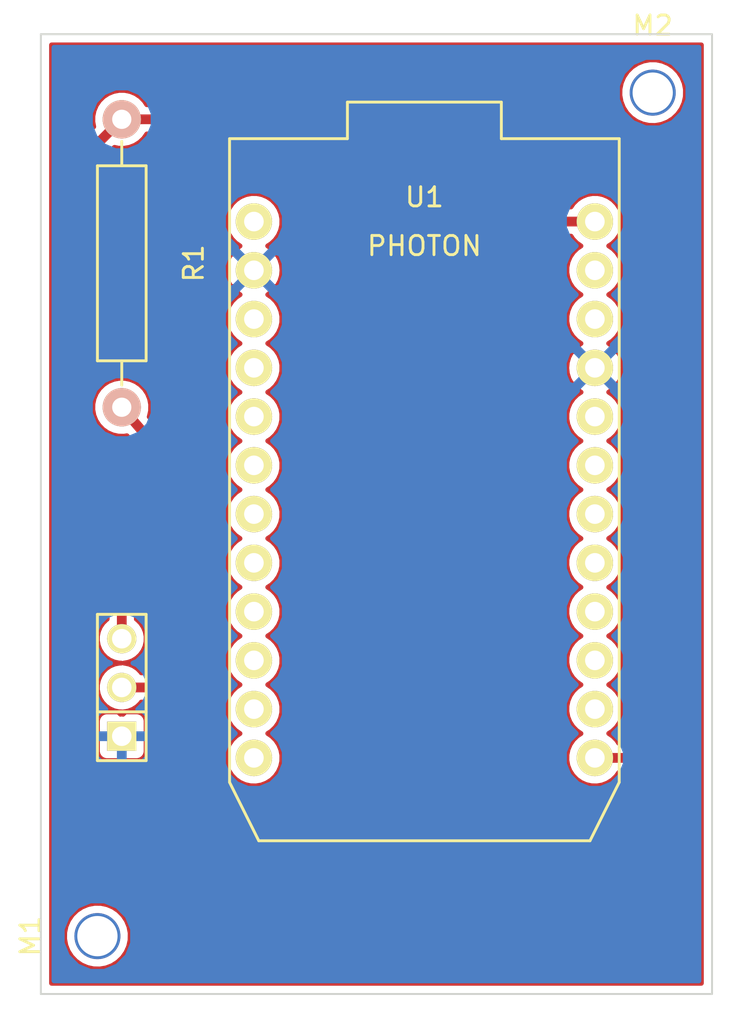
<source format=kicad_pcb>
(kicad_pcb (version 4) (host pcbnew "(2015-11-24 BZR 6329, Git e511afd)-product")

  (general
    (links 6)
    (no_connects 0)
    (area 110.029999 69.041999 145.130001 119.142001)
    (thickness 1.6)
    (drawings 7)
    (tracks 22)
    (zones 0)
    (modules 6)
    (nets 24)
  )

  (page User 279.4 215.9)
  (title_block
    (title "Photon Sensor Board")
    (rev v1.1)
    (company Coredump)
  )

  (layers
    (0 F.Cu signal hide)
    (31 B.Cu signal)
    (32 B.Adhes user)
    (33 F.Adhes user)
    (34 B.Paste user)
    (35 F.Paste user)
    (36 B.SilkS user)
    (37 F.SilkS user)
    (38 B.Mask user)
    (39 F.Mask user)
    (40 Dwgs.User user hide)
    (41 Cmts.User user hide)
    (42 Eco1.User user hide)
    (43 Eco2.User user hide)
    (44 Edge.Cuts user)
  )

  (setup
    (last_trace_width 0.508)
    (trace_clearance 0.381)
    (zone_clearance 0.508)
    (zone_45_only no)
    (trace_min 0.508)
    (segment_width 0.2)
    (edge_width 0.1)
    (via_size 0.889)
    (via_drill 0.635)
    (via_min_size 0.889)
    (via_min_drill 0.508)
    (uvia_size 0.508)
    (uvia_drill 0.127)
    (uvias_allowed no)
    (uvia_min_size 0.508)
    (uvia_min_drill 0.127)
    (pcb_text_width 0.3)
    (pcb_text_size 1.5 1.5)
    (mod_edge_width 0.15)
    (mod_text_size 1 1)
    (mod_text_width 0.15)
    (pad_size 1.524 1.524)
    (pad_drill 1.016)
    (pad_to_mask_clearance 0)
    (aux_axis_origin 0 0)
    (visible_elements FFFCFFBF)
    (pcbplotparams
      (layerselection 0x010f0_80000001)
      (usegerberextensions true)
      (excludeedgelayer true)
      (linewidth 0.150000)
      (plotframeref false)
      (viasonmask false)
      (mode 1)
      (useauxorigin false)
      (hpglpennumber 1)
      (hpglpenspeed 20)
      (hpglpendiameter 15)
      (hpglpenoverlay 2)
      (psnegative false)
      (psa4output false)
      (plotreference false)
      (plotvalue false)
      (plotinvisibletext false)
      (padsonsilk false)
      (subtractmaskfromsilk false)
      (outputformat 1)
      (mirror false)
      (drillshape 0)
      (scaleselection 1)
      (outputdirectory export/v1.2/))
  )

  (net 0 "")
  (net 1 GND)
  (net 2 "Net-(R1-Pad1)")
  (net 3 "Net-(R1-Pad2)")
  (net 4 "Net-(U1-Pad1)")
  (net 5 "Net-(U1-Pad3)")
  (net 6 "Net-(U1-Pad4)")
  (net 7 "Net-(U1-Pad5)")
  (net 8 "Net-(U1-Pad6)")
  (net 9 "Net-(U1-Pad7)")
  (net 10 "Net-(U1-Pad8)")
  (net 11 "Net-(U1-Pad9)")
  (net 12 "Net-(U1-Pad10)")
  (net 13 "Net-(U1-Pad11)")
  (net 14 "Net-(U1-Pad12)")
  (net 15 "Net-(U1-Pad23)")
  (net 16 "Net-(U1-Pad22)")
  (net 17 "Net-(U1-Pad20)")
  (net 18 "Net-(U1-Pad19)")
  (net 19 "Net-(U1-Pad18)")
  (net 20 "Net-(U1-Pad17)")
  (net 21 "Net-(U1-Pad16)")
  (net 22 "Net-(U1-Pad15)")
  (net 23 "Net-(U1-Pad14)")

  (net_class Default "This is the default net class."
    (clearance 0.381)
    (trace_width 0.508)
    (via_dia 0.889)
    (via_drill 0.635)
    (uvia_dia 0.508)
    (uvia_drill 0.127)
    (add_net GND)
    (add_net "Net-(R1-Pad1)")
    (add_net "Net-(R1-Pad2)")
    (add_net "Net-(U1-Pad1)")
    (add_net "Net-(U1-Pad10)")
    (add_net "Net-(U1-Pad11)")
    (add_net "Net-(U1-Pad12)")
    (add_net "Net-(U1-Pad14)")
    (add_net "Net-(U1-Pad15)")
    (add_net "Net-(U1-Pad16)")
    (add_net "Net-(U1-Pad17)")
    (add_net "Net-(U1-Pad18)")
    (add_net "Net-(U1-Pad19)")
    (add_net "Net-(U1-Pad20)")
    (add_net "Net-(U1-Pad22)")
    (add_net "Net-(U1-Pad23)")
    (add_net "Net-(U1-Pad3)")
    (add_net "Net-(U1-Pad4)")
    (add_net "Net-(U1-Pad5)")
    (add_net "Net-(U1-Pad6)")
    (add_net "Net-(U1-Pad7)")
    (add_net "Net-(U1-Pad8)")
    (add_net "Net-(U1-Pad9)")
  )

  (module particle:photon (layer F.Cu) (tedit 56107F96) (tstamp 560FF607)
    (at 130.08 94.092)
    (path /560E663B)
    (fp_text reference U1 (at 0 -16.51) (layer F.SilkS)
      (effects (font (size 1 1) (thickness 0.15)))
    )
    (fp_text value PHOTON (at 0 -13.97) (layer F.SilkS)
      (effects (font (size 1 1) (thickness 0.15)))
    )
    (fp_text user "all layers" (at 0 19.05) (layer Cmts.User)
      (effects (font (size 1 1) (thickness 0.15)))
    )
    (fp_text user "recommended on" (at 0 16.51) (layer Cmts.User)
      (effects (font (size 1 1) (thickness 0.15)))
    )
    (fp_text user "signal keep out" (at 0 13.97) (layer Cmts.User)
      (effects (font (size 1 1) (thickness 0.15)))
    )
    (fp_text user "ground plane and" (at 0 11.43) (layer Cmts.User)
      (effects (font (size 1 1) (thickness 0.15)))
    )
    (fp_line (start 6.35 21.59) (end 7.62 21.59) (layer Dwgs.User) (width 0.15))
    (fp_line (start 7.62 21.59) (end 7.62 8.89) (layer Dwgs.User) (width 0.15))
    (fp_line (start 7.62 8.89) (end -7.62 8.89) (layer Dwgs.User) (width 0.15))
    (fp_line (start 6.35 21.59) (end -7.62 21.59) (layer Dwgs.User) (width 0.15))
    (fp_line (start -7.62 21.59) (end -7.62 8.89) (layer Dwgs.User) (width 0.15))
    (fp_line (start 10.16 13.97) (end 8.636 17.018) (layer F.SilkS) (width 0.15))
    (fp_line (start -10.16 13.97) (end -8.636 17.018) (layer F.SilkS) (width 0.15))
    (fp_line (start -8.636 17.018) (end 8.636 17.018) (layer F.SilkS) (width 0.15))
    (fp_line (start 10.16 -19.558) (end 10.16 13.97) (layer F.SilkS) (width 0.15))
    (fp_line (start -10.16 -19.558) (end -10.16 13.97) (layer F.SilkS) (width 0.15))
    (fp_line (start 4.0132 -19.558) (end 10.16 -19.558) (layer F.SilkS) (width 0.15))
    (fp_line (start -4.0132 -19.558) (end -10.16 -19.558) (layer F.SilkS) (width 0.15))
    (fp_line (start -4.0132 -21.463) (end -4.0132 -19.558) (layer F.SilkS) (width 0.15))
    (fp_line (start 4.0132 -21.463) (end 4.0132 -19.558) (layer F.SilkS) (width 0.15))
    (fp_line (start -4.0132 -21.463) (end 4.0132 -21.463) (layer F.SilkS) (width 0.15))
    (pad 1 thru_hole circle (at -8.89 -15.24) (size 1.9 1.9) (drill 1.02) (layers *.Cu *.Mask F.SilkS)
      (net 4 "Net-(U1-Pad1)"))
    (pad 2 thru_hole circle (at -8.89 -12.7) (size 1.9 1.9) (drill 1.02) (layers *.Cu *.Mask F.SilkS)
      (net 1 GND))
    (pad 3 thru_hole circle (at -8.89 -10.16) (size 1.9 1.9) (drill 1.02) (layers *.Cu *.Mask F.SilkS)
      (net 5 "Net-(U1-Pad3)"))
    (pad 4 thru_hole circle (at -8.89 -7.62) (size 1.9 1.9) (drill 1.02) (layers *.Cu *.Mask F.SilkS)
      (net 6 "Net-(U1-Pad4)"))
    (pad 5 thru_hole circle (at -8.89 -5.08) (size 1.9 1.9) (drill 1.02) (layers *.Cu *.Mask F.SilkS)
      (net 7 "Net-(U1-Pad5)"))
    (pad 6 thru_hole circle (at -8.89 -2.54) (size 1.9 1.9) (drill 1.02) (layers *.Cu *.Mask F.SilkS)
      (net 8 "Net-(U1-Pad6)"))
    (pad 7 thru_hole circle (at -8.89 0) (size 1.9 1.9) (drill 1.02) (layers *.Cu *.Mask F.SilkS)
      (net 9 "Net-(U1-Pad7)"))
    (pad 8 thru_hole circle (at -8.89 2.54) (size 1.9 1.9) (drill 1.02) (layers *.Cu *.Mask F.SilkS)
      (net 10 "Net-(U1-Pad8)"))
    (pad 9 thru_hole circle (at -8.89 5.08) (size 1.9 1.9) (drill 1.02) (layers *.Cu *.Mask F.SilkS)
      (net 11 "Net-(U1-Pad9)"))
    (pad 10 thru_hole circle (at -8.89 7.62) (size 1.9 1.9) (drill 1.02) (layers *.Cu *.Mask F.SilkS)
      (net 12 "Net-(U1-Pad10)"))
    (pad 11 thru_hole circle (at -8.89 10.16) (size 1.9 1.9) (drill 1.02) (layers *.Cu *.Mask F.SilkS)
      (net 13 "Net-(U1-Pad11)"))
    (pad 12 thru_hole circle (at -8.89 12.7) (size 1.9 1.9) (drill 1.02) (layers *.Cu *.Mask F.SilkS)
      (net 14 "Net-(U1-Pad12)"))
    (pad 24 thru_hole circle (at 8.89 -15.24) (size 1.9 1.9) (drill 1.02) (layers *.Cu *.Mask F.SilkS)
      (net 2 "Net-(R1-Pad1)"))
    (pad 23 thru_hole circle (at 8.89 -12.7) (size 1.9 1.9) (drill 1.02) (layers *.Cu *.Mask F.SilkS)
      (net 15 "Net-(U1-Pad23)"))
    (pad 22 thru_hole circle (at 8.89 -10.16) (size 1.9 1.9) (drill 1.02) (layers *.Cu *.Mask F.SilkS)
      (net 16 "Net-(U1-Pad22)"))
    (pad 21 thru_hole circle (at 8.89 -7.62) (size 1.9 1.9) (drill 1.02) (layers *.Cu *.Mask F.SilkS)
      (net 1 GND))
    (pad 20 thru_hole circle (at 8.89 -5.08) (size 1.9 1.9) (drill 1.02) (layers *.Cu *.Mask F.SilkS)
      (net 17 "Net-(U1-Pad20)"))
    (pad 19 thru_hole circle (at 8.89 -2.54) (size 1.9 1.9) (drill 1.02) (layers *.Cu *.Mask F.SilkS)
      (net 18 "Net-(U1-Pad19)"))
    (pad 18 thru_hole circle (at 8.89 0) (size 1.9 1.9) (drill 1.02) (layers *.Cu *.Mask F.SilkS)
      (net 19 "Net-(U1-Pad18)"))
    (pad 17 thru_hole circle (at 8.89 2.54) (size 1.9 1.9) (drill 1.02) (layers *.Cu *.Mask F.SilkS)
      (net 20 "Net-(U1-Pad17)"))
    (pad 16 thru_hole circle (at 8.89 5.08) (size 1.9 1.9) (drill 1.02) (layers *.Cu *.Mask F.SilkS)
      (net 21 "Net-(U1-Pad16)"))
    (pad 15 thru_hole circle (at 8.89 7.62) (size 1.9 1.9) (drill 1.02) (layers *.Cu *.Mask F.SilkS)
      (net 22 "Net-(U1-Pad15)"))
    (pad 14 thru_hole circle (at 8.89 10.16) (size 1.9 1.9) (drill 1.02) (layers *.Cu *.Mask F.SilkS)
      (net 23 "Net-(U1-Pad14)"))
    (pad 13 thru_hole circle (at 8.89 12.7) (size 1.9 1.9) (drill 1.02) (layers *.Cu *.Mask F.SilkS)
      (net 3 "Net-(R1-Pad2)"))
  )

  (module PIN_ARRAY_3X1 (layer F.Cu) (tedit 56107F9A) (tstamp 560E75DB)
    (at 114.3 103.124 90)
    (descr "Connecteur 3 pins")
    (tags "CONN DEV")
    (path /560E62F3)
    (fp_text reference U2 (at 0.254 -2.159 90) (layer F.SilkS) hide
      (effects (font (size 1.016 1.016) (thickness 0.1524)))
    )
    (fp_text value DS18B20 (at 0 -2.159 90) (layer F.SilkS) hide
      (effects (font (size 1.016 1.016) (thickness 0.1524)))
    )
    (fp_line (start -3.81 1.27) (end -3.81 -1.27) (layer F.SilkS) (width 0.1524))
    (fp_line (start -3.81 -1.27) (end 3.81 -1.27) (layer F.SilkS) (width 0.1524))
    (fp_line (start 3.81 -1.27) (end 3.81 1.27) (layer F.SilkS) (width 0.1524))
    (fp_line (start 3.81 1.27) (end -3.81 1.27) (layer F.SilkS) (width 0.1524))
    (fp_line (start -1.27 -1.27) (end -1.27 1.27) (layer F.SilkS) (width 0.1524))
    (pad 1 thru_hole rect (at -2.54 0 90) (size 1.524 1.524) (drill 1.016) (layers *.Cu *.Mask F.SilkS)
      (net 1 GND))
    (pad 2 thru_hole circle (at 0 0 90) (size 1.524 1.524) (drill 1.016) (layers *.Cu *.Mask F.SilkS)
      (net 3 "Net-(R1-Pad2)"))
    (pad 3 thru_hole circle (at 2.54 0 90) (size 1.524 1.524) (drill 1.016) (layers *.Cu *.Mask F.SilkS)
      (net 2 "Net-(R1-Pad1)"))
    (model pin_array/pins_array_3x1.wrl
      (at (xyz 0 0 0))
      (scale (xyz 1 1 1))
      (rotate (xyz 0 0 0))
    )
  )

  (module OSHW_MASK_7MM (layer F.Cu) (tedit 0) (tstamp 560FF3F5)
    (at 130.08 88.092)
    (fp_text reference G*** (at 0 3.71094) (layer F.Mask) hide
      (effects (font (size 0.3175 0.3175) (thickness 0.0635)))
    )
    (fp_text value LOGO (at 0 -3.71094) (layer F.Mask) hide
      (effects (font (size 0.3175 0.3175) (thickness 0.0635)))
    )
    (fp_poly (pts (xy -2.1209 3.14452) (xy -2.08534 3.1242) (xy -2.00152 3.0734) (xy -1.88468 2.9972)
      (xy -1.74752 2.90322) (xy -1.60782 2.80924) (xy -1.49606 2.73304) (xy -1.41478 2.68224)
      (xy -1.38176 2.66446) (xy -1.36398 2.66954) (xy -1.29794 2.70256) (xy -1.20142 2.75082)
      (xy -1.14808 2.7813) (xy -1.05918 2.8194) (xy -1.016 2.82702) (xy -1.00838 2.81432)
      (xy -0.97536 2.74574) (xy -0.92456 2.63144) (xy -0.85852 2.48158) (xy -0.78486 2.30378)
      (xy -0.70358 2.11074) (xy -0.6223 1.91516) (xy -0.54356 1.72974) (xy -0.47498 1.5621)
      (xy -0.42164 1.42494) (xy -0.38354 1.33096) (xy -0.37084 1.29032) (xy -0.37592 1.2827)
      (xy -0.4191 1.23952) (xy -0.4953 1.1811) (xy -0.6604 1.04648) (xy -0.8255 0.84328)
      (xy -0.92456 0.61214) (xy -0.95758 0.35306) (xy -0.92964 0.1143) (xy -0.83566 -0.1143)
      (xy -0.67564 -0.32004) (xy -0.4826 -0.47244) (xy -0.254 -0.5715) (xy 0 -0.60198)
      (xy 0.24384 -0.57404) (xy 0.47752 -0.4826) (xy 0.68326 -0.32512) (xy 0.77216 -0.22352)
      (xy 0.89154 -0.01524) (xy 0.96012 0.20828) (xy 0.96774 0.26416) (xy 0.95758 0.51054)
      (xy 0.88392 0.74676) (xy 0.75438 0.95758) (xy 0.57404 1.1303) (xy 0.55118 1.14554)
      (xy 0.46736 1.20904) (xy 0.41148 1.25222) (xy 0.3683 1.28778) (xy 0.68072 2.03962)
      (xy 0.73152 2.16154) (xy 0.81788 2.36728) (xy 0.89408 2.54508) (xy 0.9525 2.68478)
      (xy 0.99568 2.77876) (xy 1.01346 2.81686) (xy 1.016 2.8194) (xy 1.04394 2.82448)
      (xy 1.09982 2.80416) (xy 1.2065 2.75336) (xy 1.27508 2.7178) (xy 1.35636 2.67716)
      (xy 1.39192 2.66446) (xy 1.4224 2.6797) (xy 1.4986 2.7305) (xy 1.61036 2.80416)
      (xy 1.74498 2.8956) (xy 1.87452 2.9845) (xy 1.99136 3.0607) (xy 2.07772 3.11658)
      (xy 2.11836 3.13944) (xy 2.12598 3.13944) (xy 2.16408 3.11912) (xy 2.23012 3.0607)
      (xy 2.33426 2.96418) (xy 2.47904 2.82194) (xy 2.5019 2.79908) (xy 2.62128 2.67716)
      (xy 2.7178 2.57556) (xy 2.7813 2.50444) (xy 2.8067 2.47142) (xy 2.8067 2.47142)
      (xy 2.78384 2.43078) (xy 2.7305 2.34442) (xy 2.65176 2.22504) (xy 2.55524 2.08534)
      (xy 2.30632 1.72212) (xy 2.44348 1.37922) (xy 2.48666 1.27508) (xy 2.54 1.14808)
      (xy 2.5781 1.05664) (xy 2.59842 1.01854) (xy 2.63652 1.0033) (xy 2.7305 0.98298)
      (xy 2.86512 0.95504) (xy 3.02768 0.92456) (xy 3.18262 0.89408) (xy 3.32232 0.86868)
      (xy 3.42138 0.84836) (xy 3.4671 0.84074) (xy 3.47726 0.83312) (xy 3.48742 0.8128)
      (xy 3.4925 0.76454) (xy 3.49758 0.68072) (xy 3.49758 0.5461) (xy 3.49758 0.35306)
      (xy 3.49758 0.33274) (xy 3.49758 0.14732) (xy 3.4925 0.00254) (xy 3.48742 -0.09398)
      (xy 3.48234 -0.13208) (xy 3.48234 -0.13208) (xy 3.43916 -0.14224) (xy 3.3401 -0.16256)
      (xy 3.2004 -0.1905) (xy 3.0353 -0.22098) (xy 3.02514 -0.22352) (xy 2.8575 -0.25654)
      (xy 2.72034 -0.28448) (xy 2.62382 -0.30734) (xy 2.58064 -0.32004) (xy 2.57302 -0.3302)
      (xy 2.54 -0.39624) (xy 2.49174 -0.49784) (xy 2.4384 -0.62484) (xy 2.38252 -0.75438)
      (xy 2.3368 -0.87122) (xy 2.30632 -0.95758) (xy 2.29616 -0.99822) (xy 2.29616 -0.99822)
      (xy 2.32156 -1.03886) (xy 2.37744 -1.12268) (xy 2.45872 -1.24206) (xy 2.55524 -1.3843)
      (xy 2.56286 -1.39446) (xy 2.65684 -1.53416) (xy 2.73558 -1.65354) (xy 2.78638 -1.73736)
      (xy 2.8067 -1.77546) (xy 2.80416 -1.778) (xy 2.77368 -1.81864) (xy 2.70256 -1.89992)
      (xy 2.60096 -2.0066) (xy 2.4765 -2.12852) (xy 2.4384 -2.16662) (xy 2.30378 -2.30124)
      (xy 2.20726 -2.3876) (xy 2.14884 -2.43332) (xy 2.1209 -2.44348) (xy 2.1209 -2.44348)
      (xy 2.07772 -2.41808) (xy 1.98882 -2.35966) (xy 1.86944 -2.27838) (xy 1.7272 -2.18186)
      (xy 1.71704 -2.17678) (xy 1.57734 -2.08026) (xy 1.4605 -2.00152) (xy 1.37922 -1.94564)
      (xy 1.34366 -1.92532) (xy 1.33604 -1.92532) (xy 1.28016 -1.94056) (xy 1.1811 -1.97612)
      (xy 1.05664 -2.02438) (xy 0.9271 -2.07518) (xy 0.81026 -2.12598) (xy 0.72136 -2.16662)
      (xy 0.68072 -2.18948) (xy 0.67818 -2.19202) (xy 0.66548 -2.24282) (xy 0.64008 -2.34696)
      (xy 0.6096 -2.49174) (xy 0.57912 -2.66192) (xy 0.57404 -2.68986) (xy 0.54102 -2.85496)
      (xy 0.51562 -2.99466) (xy 0.4953 -3.08864) (xy 0.48514 -3.12928) (xy 0.46228 -3.13436)
      (xy 0.381 -3.13944) (xy 0.25654 -3.14198) (xy 0.10414 -3.14452) (xy -0.05334 -3.14452)
      (xy -0.20828 -3.13944) (xy -0.34036 -3.13436) (xy -0.43434 -3.12928) (xy -0.47244 -3.12166)
      (xy -0.47498 -3.11912) (xy -0.49022 -3.06832) (xy -0.51308 -2.96164) (xy -0.54102 -2.81686)
      (xy -0.57404 -2.64668) (xy -0.57912 -2.6162) (xy -0.61214 -2.44856) (xy -0.64008 -2.3114)
      (xy -0.6604 -2.21996) (xy -0.67056 -2.18186) (xy -0.6858 -2.17424) (xy -0.75438 -2.14376)
      (xy -0.86614 -2.09804) (xy -1.0033 -2.04216) (xy -1.32334 -1.91262) (xy -1.71704 -2.18186)
      (xy -1.7526 -2.20472) (xy -1.89484 -2.30124) (xy -2.00914 -2.37998) (xy -2.09042 -2.43078)
      (xy -2.12344 -2.4511) (xy -2.12598 -2.44856) (xy -2.16662 -2.41554) (xy -2.24536 -2.34188)
      (xy -2.3495 -2.23774) (xy -2.47396 -2.11582) (xy -2.5654 -2.02438) (xy -2.67462 -1.91262)
      (xy -2.7432 -1.83896) (xy -2.77876 -1.7907) (xy -2.794 -1.76276) (xy -2.78892 -1.74498)
      (xy -2.76352 -1.70434) (xy -2.70764 -1.61798) (xy -2.62636 -1.4986) (xy -2.52984 -1.3589)
      (xy -2.4511 -1.24206) (xy -2.36728 -1.10998) (xy -2.3114 -1.016) (xy -2.29108 -0.97028)
      (xy -2.29616 -0.9525) (xy -2.3241 -0.87376) (xy -2.36982 -0.75946) (xy -2.43078 -0.61976)
      (xy -2.5654 -0.30988) (xy -2.77114 -0.26924) (xy -2.89306 -0.24638) (xy -3.06578 -0.21336)
      (xy -3.23088 -0.18034) (xy -3.48996 -0.13208) (xy -3.50012 0.81534) (xy -3.45948 0.83312)
      (xy -3.42138 0.84328) (xy -3.32486 0.8636) (xy -3.1877 0.89154) (xy -3.02768 0.92202)
      (xy -2.89052 0.94742) (xy -2.75336 0.97536) (xy -2.6543 0.99314) (xy -2.60858 1.0033)
      (xy -2.59842 1.01854) (xy -2.56286 1.08458) (xy -2.5146 1.19126) (xy -2.45872 1.31826)
      (xy -2.40284 1.45288) (xy -2.35458 1.5748) (xy -2.32156 1.66878) (xy -2.30886 1.71704)
      (xy -2.32664 1.7526) (xy -2.37998 1.83388) (xy -2.45618 1.95072) (xy -2.55016 2.08788)
      (xy -2.64414 2.22504) (xy -2.72288 2.34188) (xy -2.77876 2.4257) (xy -2.80162 2.4638)
      (xy -2.78892 2.49174) (xy -2.73558 2.55778) (xy -2.63144 2.66446) (xy -2.4765 2.81686)
      (xy -2.4511 2.84226) (xy -2.32918 2.9591) (xy -2.22504 3.05562) (xy -2.15392 3.11912)
      (xy -2.1209 3.14452)) (layer F.Mask) (width 0.00254))
  )

  (module Mounting_Holes:MountingHole_2-5mm (layer F.Cu) (tedit 561074BB) (tstamp 56107A69)
    (at 113.03 116.078 90)
    (descr "Mounting hole, Befestigungsbohrung, 2,5mm, No Annular, Kein Restring,")
    (tags "Mounting hole, Befestigungsbohrung, 2,5mm, No Annular, Kein Restring,")
    (fp_text reference M1 (at 0 -3.50012 90) (layer F.SilkS)
      (effects (font (size 1 1) (thickness 0.15)))
    )
    (fp_text value MountingHole_2-5mm (at 0.09906 3.59918 90) (layer F.Fab)
      (effects (font (size 1 1) (thickness 0.15)))
    )
    (fp_circle (center 0 0) (end 2.5 0) (layer Cmts.User) (width 0.381))
    (pad 1 thru_hole circle (at 0 0 90) (size 2.4 2.4) (drill 2.1) (layers *.Cu)
      (zone_connect 0))
  )

  (module Mounting_Holes:MountingHole_2-5mm (layer F.Cu) (tedit 561074CB) (tstamp 56107A75)
    (at 141.986 72.136)
    (descr "Mounting hole, Befestigungsbohrung, 2,5mm, No Annular, Kein Restring,")
    (tags "Mounting hole, Befestigungsbohrung, 2,5mm, No Annular, Kein Restring,")
    (fp_text reference M2 (at 0 -3.50012) (layer F.SilkS)
      (effects (font (size 1 1) (thickness 0.15)))
    )
    (fp_text value MountingHole_2-5mm (at 0.09906 3.59918) (layer F.Fab)
      (effects (font (size 1 1) (thickness 0.15)))
    )
    (fp_circle (center 0 0) (end 2.5 0) (layer Cmts.User) (width 0.381))
    (pad 1 thru_hole circle (at 0 0) (size 2.4 2.4) (drill 2.1) (layers *.Cu))
  )

  (module Resistors_ThroughHole:Resistor_Horizontal_RM15mm (layer F.Cu) (tedit 53F56292) (tstamp 560E75CF)
    (at 114.3 81.026 270)
    (descr "Resistor, Axial, RM 15mm,")
    (tags "Resistor, Axial, RM 15mm,")
    (path /560E63B9)
    (fp_text reference R1 (at 0 -3.74904 270) (layer F.SilkS)
      (effects (font (size 1 1) (thickness 0.15)))
    )
    (fp_text value 4.7kΩ (at 0 4.0005 270) (layer F.Fab)
      (effects (font (size 1 1) (thickness 0.15)))
    )
    (fp_line (start -5.08 -1.27) (end -5.08 1.27) (layer F.SilkS) (width 0.15))
    (fp_line (start -5.08 1.27) (end 5.08 1.27) (layer F.SilkS) (width 0.15))
    (fp_line (start 5.08 1.27) (end 5.08 -1.27) (layer F.SilkS) (width 0.15))
    (fp_line (start 5.08 -1.27) (end -5.08 -1.27) (layer F.SilkS) (width 0.15))
    (fp_line (start 6.35 0) (end 5.08 0) (layer F.SilkS) (width 0.15))
    (fp_line (start -6.35 0) (end -5.08 0) (layer F.SilkS) (width 0.15))
    (pad 1 thru_hole circle (at -7.5 0 270) (size 1.99898 1.99898) (drill 1.00076) (layers *.Cu *.SilkS *.Mask)
      (net 2 "Net-(R1-Pad1)"))
    (pad 2 thru_hole circle (at 7.5 0 270) (size 1.99898 1.99898) (drill 1.00076) (layers *.Cu *.SilkS *.Mask)
      (net 3 "Net-(R1-Pad2)"))
    (model Resistors_ThroughHole.3dshapes/Resistor_Horizontal_RM15mm.wrl
      (at (xyz 0 0 0))
      (scale (xyz 0.4 0.4 0.4))
      (rotate (xyz 0 0 0))
    )
  )

  (gr_text "Coredump Rapperswil\nwww.coredump.ch" (at 142.24 113.03) (layer B.Mask)
    (effects (font (size 1.5 1.5) (thickness 0.3)) (justify left mirror))
  )
  (gr_text "Photon Sensor Board v1.2 2015" (at 142.494 90.424 270) (layer F.Mask)
    (effects (font (size 1.2 1.2) (thickness 0.2)))
  )
  (gr_text "open source\nhardware" (at 130.048 93.472) (layer F.Mask)
    (effects (font (size 1 1) (thickness 0.15)))
  )
  (gr_line (start 110.08 69.092) (end 145.08 69.092) (angle 90) (layer Edge.Cuts) (width 0.1))
  (gr_line (start 110.08 119.092) (end 110.08 69.092) (angle 90) (layer Edge.Cuts) (width 0.1))
  (gr_line (start 145.08 119.092) (end 110.08 119.092) (angle 90) (layer Edge.Cuts) (width 0.1))
  (gr_line (start 145.08 69.092) (end 145.08 119.092) (angle 90) (layer Edge.Cuts) (width 0.1))

  (segment (start 114.3 100.584) (end 114.3 91.948) (width 0.508) (layer F.Cu) (net 2) (status 10))
  (segment (start 111.76 76.066) (end 114.3 73.526) (width 0.508) (layer F.Cu) (net 2) (tstamp 56107D67) (status 20))
  (segment (start 111.76 89.408) (end 111.76 76.066) (width 0.508) (layer F.Cu) (net 2) (tstamp 56107D65))
  (segment (start 114.3 91.948) (end 111.76 89.408) (width 0.508) (layer F.Cu) (net 2) (tstamp 56107D63))
  (segment (start 135.24 78.852) (end 129.914 73.526) (width 0.508) (layer F.Cu) (net 2))
  (segment (start 129.914 73.526) (end 114.3 73.526) (width 0.508) (layer F.Cu) (net 2) (status 20))
  (segment (start 138.97 78.852) (end 135.24 78.852) (width 0.508) (layer F.Cu) (net 2))
  (segment (start 138.97 106.792) (end 141.59 106.792) (width 0.508) (layer F.Cu) (net 3))
  (segment (start 117.348 104.648) (end 117.348 106.68) (width 0.508) (layer F.Cu) (net 3) (tstamp 56107FE0))
  (segment (start 117.348 106.68) (end 117.348 115.824) (width 0.508) (layer F.Cu) (net 3) (tstamp 56107FE1))
  (segment (start 117.348 115.824) (end 118.872 117.348) (width 0.508) (layer F.Cu) (net 3) (tstamp 56107FE2))
  (segment (start 118.872 117.348) (end 141.224 117.348) (width 0.508) (layer F.Cu) (net 3) (tstamp 56107FE3))
  (segment (start 141.224 117.348) (end 142.748 115.824) (width 0.508) (layer F.Cu) (net 3) (tstamp 56107FE4))
  (segment (start 142.748 115.824) (end 142.748 112.014) (width 0.508) (layer F.Cu) (net 3) (tstamp 56107FE5))
  (segment (start 117.348 104.648) (end 115.824 103.124) (width 0.508) (layer F.Cu) (net 3))
  (segment (start 142.748 107.95) (end 142.748 112.014) (width 0.508) (layer F.Cu) (net 3) (tstamp 56107FE9))
  (segment (start 141.59 106.792) (end 142.748 107.95) (width 0.508) (layer F.Cu) (net 3) (tstamp 56107FE8))
  (segment (start 115.824 103.124) (end 117.348 101.6) (width 0.508) (layer F.Cu) (net 3))
  (segment (start 117.348 92.082) (end 114.3 88.526) (width 0.508) (layer F.Cu) (net 3) (tstamp 56107D5E) (status 20))
  (segment (start 117.348 101.6) (end 117.348 92.082) (width 0.508) (layer F.Cu) (net 3) (tstamp 56107D5D))
  (segment (start 115.824 103.124) (end 114.3 103.124) (width 0.508) (layer F.Cu) (net 3) (tstamp 56107C2F) (status 20))
  (segment (start 139.13 104.092) (end 138.97 104.252) (width 0.254) (layer F.Cu) (net 23) (tstamp 560FF41F))

  (zone (net 1) (net_name GND) (layer F.Cu) (tstamp 560F96A7) (hatch edge 0.508)
    (connect_pads (clearance 0.381))
    (min_thickness 0.254)
    (fill yes (arc_segments 32) (thermal_gap 0.381) (thermal_bridge_width 0.381))
    (polygon
      (pts
        (xy 109.08 68.092) (xy 146.08 68.092) (xy 146.08 120.092) (xy 109.08 120.092)
      )
    )
    (filled_polygon
      (pts
        (xy 144.522 118.534) (xy 110.638 118.534) (xy 110.638 116.221613) (xy 111.319755 116.221613) (xy 111.380221 116.551066)
        (xy 111.503527 116.862501) (xy 111.684975 117.144054) (xy 111.917655 117.385001) (xy 112.192704 117.576165) (xy 112.499645 117.710264)
        (xy 112.826788 117.782191) (xy 113.16167 117.789206) (xy 113.491537 117.731041) (xy 113.803825 117.609913) (xy 114.086638 117.430434)
        (xy 114.329203 117.199442) (xy 114.522283 116.925735) (xy 114.658522 116.619737) (xy 114.732731 116.293105) (xy 114.738073 115.910522)
        (xy 114.673013 115.581945) (xy 114.545371 115.272263) (xy 114.360009 114.993271) (xy 114.123988 114.755596) (xy 113.846297 114.568291)
        (xy 113.537513 114.43849) (xy 113.209398 114.371138) (xy 112.874451 114.368799) (xy 112.545428 114.431564) (xy 112.234862 114.557041)
        (xy 111.954582 114.74045) (xy 111.715265 114.974807) (xy 111.526026 115.251184) (xy 111.394073 115.559053) (xy 111.324432 115.88669)
        (xy 111.319755 116.221613) (xy 110.638 116.221613) (xy 110.638 105.8545) (xy 113.03 105.8545) (xy 113.03 106.476034)
        (xy 113.049522 106.574178) (xy 113.087816 106.666629) (xy 113.143411 106.749831) (xy 113.214169 106.82059) (xy 113.297372 106.876184)
        (xy 113.389822 106.914478) (xy 113.487967 106.934) (xy 114.1095 106.934) (xy 114.2365 106.807) (xy 114.2365 105.7275)
        (xy 114.3635 105.7275) (xy 114.3635 106.807) (xy 114.4905 106.934) (xy 115.112033 106.934) (xy 115.210178 106.914478)
        (xy 115.302628 106.876184) (xy 115.385831 106.82059) (xy 115.456589 106.749831) (xy 115.512184 106.666629) (xy 115.550478 106.574178)
        (xy 115.57 106.476034) (xy 115.57 105.8545) (xy 115.443 105.7275) (xy 114.3635 105.7275) (xy 114.2365 105.7275)
        (xy 113.157 105.7275) (xy 113.03 105.8545) (xy 110.638 105.8545) (xy 110.638 76.066) (xy 110.998 76.066)
        (xy 110.998 89.408) (xy 111.004875 89.478114) (xy 111.011004 89.54817) (xy 111.01212 89.552013) (xy 111.012512 89.556007)
        (xy 111.032877 89.62346) (xy 111.052494 89.690982) (xy 111.054337 89.694538) (xy 111.055496 89.698376) (xy 111.088556 89.760553)
        (xy 111.120933 89.823014) (xy 111.123432 89.826144) (xy 111.125314 89.829684) (xy 111.169801 89.884231) (xy 111.213714 89.93924)
        (xy 111.219212 89.944815) (xy 111.219307 89.944931) (xy 111.219415 89.94502) (xy 111.221185 89.946815) (xy 113.538 92.263631)
        (xy 113.538 99.564823) (xy 113.500363 99.589452) (xy 113.322416 99.76371) (xy 113.181706 99.969212) (xy 113.08359 100.198132)
        (xy 113.031808 100.441749) (xy 113.028331 100.690785) (xy 113.073291 100.935753) (xy 113.164976 101.167323) (xy 113.299894 101.376675)
        (xy 113.472905 101.555833) (xy 113.67742 101.697975) (xy 113.90565 101.797686) (xy 114.148899 101.851168) (xy 114.270027 101.853705)
        (xy 114.18434 101.853107) (xy 113.939691 101.899776) (xy 113.708767 101.993076) (xy 113.500363 102.129452) (xy 113.322416 102.30371)
        (xy 113.181706 102.509212) (xy 113.08359 102.738132) (xy 113.031808 102.981749) (xy 113.028331 103.230785) (xy 113.073291 103.475753)
        (xy 113.164976 103.707323) (xy 113.299894 103.916675) (xy 113.472905 104.095833) (xy 113.67742 104.237975) (xy 113.90565 104.337686)
        (xy 114.148899 104.391168) (xy 114.284096 104.394) (xy 114.236498 104.394) (xy 114.236498 104.520998) (xy 114.1095 104.394)
        (xy 113.487967 104.394) (xy 113.389822 104.413522) (xy 113.297372 104.451816) (xy 113.214169 104.50741) (xy 113.143411 104.578169)
        (xy 113.087816 104.661371) (xy 113.049522 104.753822) (xy 113.03 104.851966) (xy 113.03 105.4735) (xy 113.157 105.6005)
        (xy 114.2365 105.6005) (xy 114.2365 105.5805) (xy 114.3635 105.5805) (xy 114.3635 105.6005) (xy 115.443 105.6005)
        (xy 115.57 105.4735) (xy 115.57 104.851966) (xy 115.550478 104.753822) (xy 115.512184 104.661371) (xy 115.456589 104.578169)
        (xy 115.385831 104.50741) (xy 115.302628 104.451816) (xy 115.210178 104.413522) (xy 115.112033 104.394) (xy 114.4905 104.394)
        (xy 114.363502 104.520998) (xy 114.363502 104.395663) (xy 114.397905 104.396384) (xy 114.643181 104.353135) (xy 114.875385 104.263069)
        (xy 115.085673 104.129616) (xy 115.266035 103.957859) (xy 115.316726 103.886) (xy 115.50837 103.886) (xy 116.586 104.963631)
        (xy 116.586 115.824) (xy 116.592875 115.894114) (xy 116.599004 115.96417) (xy 116.60012 115.968013) (xy 116.600512 115.972007)
        (xy 116.620877 116.03946) (xy 116.640494 116.106982) (xy 116.642337 116.110538) (xy 116.643496 116.114376) (xy 116.676556 116.176553)
        (xy 116.708933 116.239014) (xy 116.711432 116.242144) (xy 116.713314 116.245684) (xy 116.757801 116.300231) (xy 116.801714 116.35524)
        (xy 116.807212 116.360815) (xy 116.807307 116.360931) (xy 116.807415 116.36102) (xy 116.809185 116.362815) (xy 118.333184 117.886815)
        (xy 118.387597 117.93151) (xy 118.441495 117.976736) (xy 118.445006 117.978666) (xy 118.448103 117.98121) (xy 118.51013 118.014469)
        (xy 118.571816 118.048381) (xy 118.575636 118.049593) (xy 118.579167 118.051486) (xy 118.646464 118.072061) (xy 118.713571 118.093348)
        (xy 118.717554 118.093795) (xy 118.721385 118.094966) (xy 118.791373 118.102075) (xy 118.861361 118.109926) (xy 118.869197 118.109981)
        (xy 118.86934 118.109995) (xy 118.869473 118.109982) (xy 118.872 118.11) (xy 141.224 118.11) (xy 141.294114 118.103125)
        (xy 141.36417 118.096996) (xy 141.368013 118.09588) (xy 141.372007 118.095488) (xy 141.43946 118.075123) (xy 141.506982 118.055506)
        (xy 141.510538 118.053663) (xy 141.514376 118.052504) (xy 141.576553 118.019444) (xy 141.639014 117.987067) (xy 141.642144 117.984568)
        (xy 141.645684 117.982686) (xy 141.700231 117.938199) (xy 141.75524 117.894286) (xy 141.760815 117.888788) (xy 141.760931 117.888693)
        (xy 141.76102 117.888585) (xy 141.762815 117.886815) (xy 143.286815 116.362816) (xy 143.33151 116.308403) (xy 143.376736 116.254505)
        (xy 143.378666 116.250994) (xy 143.38121 116.247897) (xy 143.414469 116.18587) (xy 143.448381 116.124184) (xy 143.449593 116.120364)
        (xy 143.451486 116.116833) (xy 143.472061 116.049536) (xy 143.493348 115.982429) (xy 143.493795 115.978446) (xy 143.494966 115.974615)
        (xy 143.502075 115.904627) (xy 143.509926 115.834639) (xy 143.509981 115.826803) (xy 143.509995 115.82666) (xy 143.509982 115.826527)
        (xy 143.51 115.824) (xy 143.51 107.95) (xy 143.503126 107.879895) (xy 143.496996 107.809829) (xy 143.49588 107.805986)
        (xy 143.495488 107.801993) (xy 143.475126 107.734552) (xy 143.455506 107.667018) (xy 143.453663 107.663462) (xy 143.452504 107.659624)
        (xy 143.419455 107.597467) (xy 143.387067 107.534985) (xy 143.384566 107.531853) (xy 143.382686 107.528316) (xy 143.338217 107.473791)
        (xy 143.294286 107.41876) (xy 143.288784 107.413181) (xy 143.288693 107.413069) (xy 143.288589 107.412983) (xy 143.286815 107.411184)
        (xy 142.128815 106.253185) (xy 142.074401 106.208488) (xy 142.020505 106.163264) (xy 142.016997 106.161336) (xy 142.013897 106.158789)
        (xy 141.951831 106.12551) (xy 141.890184 106.091619) (xy 141.886364 106.090407) (xy 141.882833 106.088514) (xy 141.815536 106.067939)
        (xy 141.748429 106.046652) (xy 141.744446 106.046205) (xy 141.740615 106.045034) (xy 141.670627 106.037925) (xy 141.600639 106.030074)
        (xy 141.592803 106.030019) (xy 141.59266 106.030005) (xy 141.592527 106.030018) (xy 141.59 106.03) (xy 140.21427 106.03)
        (xy 140.105336 105.866042) (xy 139.903861 105.663156) (xy 139.692339 105.520481) (xy 139.871978 105.406479) (xy 140.079039 105.209297)
        (xy 140.243858 104.975652) (xy 140.360156 104.714443) (xy 140.423503 104.43562) (xy 140.428063 104.109036) (xy 140.372526 103.828553)
        (xy 140.263567 103.564198) (xy 140.105336 103.326042) (xy 139.903861 103.123156) (xy 139.692339 102.980481) (xy 139.871978 102.866479)
        (xy 140.079039 102.669297) (xy 140.243858 102.435652) (xy 140.360156 102.174443) (xy 140.423503 101.89562) (xy 140.428063 101.569036)
        (xy 140.372526 101.288553) (xy 140.263567 101.024198) (xy 140.105336 100.786042) (xy 139.903861 100.583156) (xy 139.692339 100.440481)
        (xy 139.871978 100.326479) (xy 140.079039 100.129297) (xy 140.243858 99.895652) (xy 140.360156 99.634443) (xy 140.423503 99.35562)
        (xy 140.428063 99.029036) (xy 140.372526 98.748553) (xy 140.263567 98.484198) (xy 140.105336 98.246042) (xy 139.903861 98.043156)
        (xy 139.692339 97.900481) (xy 139.871978 97.786479) (xy 140.079039 97.589297) (xy 140.243858 97.355652) (xy 140.360156 97.094443)
        (xy 140.423503 96.81562) (xy 140.428063 96.489036) (xy 140.372526 96.208553) (xy 140.263567 95.944198) (xy 140.105336 95.706042)
        (xy 139.903861 95.503156) (xy 139.692339 95.360481) (xy 139.871978 95.246479) (xy 140.079039 95.049297) (xy 140.243858 94.815652)
        (xy 140.360156 94.554443) (xy 140.423503 94.27562) (xy 140.428063 93.949036) (xy 140.372526 93.668553) (xy 140.263567 93.404198)
        (xy 140.105336 93.166042) (xy 139.903861 92.963156) (xy 139.692339 92.820481) (xy 139.871978 92.706479) (xy 140.079039 92.509297)
        (xy 140.243858 92.275652) (xy 140.360156 92.014443) (xy 140.423503 91.73562) (xy 140.428063 91.409036) (xy 140.372526 91.128553)
        (xy 140.263567 90.864198) (xy 140.105336 90.626042) (xy 139.903861 90.423156) (xy 139.692339 90.280481) (xy 139.871978 90.166479)
        (xy 140.079039 89.969297) (xy 140.243858 89.735652) (xy 140.360156 89.474443) (xy 140.423503 89.19562) (xy 140.428063 88.869036)
        (xy 140.372526 88.588553) (xy 140.263567 88.324198) (xy 140.105336 88.086042) (xy 139.903861 87.883156) (xy 139.691744 87.74008)
        (xy 139.778956 87.693465) (xy 139.87018 87.461983) (xy 138.97 86.561803) (xy 138.06982 87.461983) (xy 138.161044 87.693465)
        (xy 138.250091 87.740594) (xy 138.051991 87.870227) (xy 137.847703 88.070281) (xy 137.686163 88.306204) (xy 137.573523 88.569011)
        (xy 137.514075 88.848692) (xy 137.510083 89.134593) (xy 137.561699 89.415824) (xy 137.666956 89.681674) (xy 137.821846 89.922016)
        (xy 138.020469 90.127696) (xy 138.245131 90.28384) (xy 138.051991 90.410227) (xy 137.847703 90.610281) (xy 137.686163 90.846204)
        (xy 137.573523 91.109011) (xy 137.514075 91.388692) (xy 137.510083 91.674593) (xy 137.561699 91.955824) (xy 137.666956 92.221674)
        (xy 137.821846 92.462016) (xy 138.020469 92.667696) (xy 138.245131 92.82384) (xy 138.051991 92.950227) (xy 137.847703 93.150281)
        (xy 137.686163 93.386204) (xy 137.573523 93.649011) (xy 137.514075 93.928692) (xy 137.510083 94.214593) (xy 137.561699 94.495824)
        (xy 137.666956 94.761674) (xy 137.821846 95.002016) (xy 138.020469 95.207696) (xy 138.245131 95.36384) (xy 138.051991 95.490227)
        (xy 137.847703 95.690281) (xy 137.686163 95.926204) (xy 137.573523 96.189011) (xy 137.514075 96.468692) (xy 137.510083 96.754593)
        (xy 137.561699 97.035824) (xy 137.666956 97.301674) (xy 137.821846 97.542016) (xy 138.020469 97.747696) (xy 138.245131 97.90384)
        (xy 138.051991 98.030227) (xy 137.847703 98.230281) (xy 137.686163 98.466204) (xy 137.573523 98.729011) (xy 137.514075 99.008692)
        (xy 137.510083 99.294593) (xy 137.561699 99.575824) (xy 137.666956 99.841674) (xy 137.821846 100.082016) (xy 138.020469 100.287696)
        (xy 138.245131 100.44384) (xy 138.051991 100.570227) (xy 137.847703 100.770281) (xy 137.686163 101.006204) (xy 137.573523 101.269011)
        (xy 137.514075 101.548692) (xy 137.510083 101.834593) (xy 137.561699 102.115824) (xy 137.666956 102.381674) (xy 137.821846 102.622016)
        (xy 138.020469 102.827696) (xy 138.245131 102.98384) (xy 138.051991 103.110227) (xy 137.847703 103.310281) (xy 137.686163 103.546204)
        (xy 137.573523 103.809011) (xy 137.514075 104.088692) (xy 137.510083 104.374593) (xy 137.561699 104.655824) (xy 137.666956 104.921674)
        (xy 137.821846 105.162016) (xy 138.020469 105.367696) (xy 138.245131 105.52384) (xy 138.051991 105.650227) (xy 137.847703 105.850281)
        (xy 137.686163 106.086204) (xy 137.573523 106.349011) (xy 137.514075 106.628692) (xy 137.510083 106.914593) (xy 137.561699 107.195824)
        (xy 137.666956 107.461674) (xy 137.821846 107.702016) (xy 138.020469 107.907696) (xy 138.255259 108.070879) (xy 138.517273 108.18535)
        (xy 138.796532 108.246749) (xy 139.082398 108.252737) (xy 139.363982 108.203086) (xy 139.63056 108.099687) (xy 139.871978 107.946479)
        (xy 140.079039 107.749297) (xy 140.216806 107.554) (xy 141.27437 107.554) (xy 141.986 108.265631) (xy 141.986 115.508369)
        (xy 140.90837 116.586) (xy 119.187631 116.586) (xy 118.11 115.50837) (xy 118.11 104.648) (xy 118.103122 104.57785)
        (xy 118.096996 104.507829) (xy 118.09588 104.503986) (xy 118.095488 104.499993) (xy 118.075126 104.432552) (xy 118.055506 104.365018)
        (xy 118.053663 104.361462) (xy 118.052504 104.357624) (xy 118.019455 104.295467) (xy 117.987067 104.232985) (xy 117.984566 104.229853)
        (xy 117.982686 104.226316) (xy 117.938217 104.171791) (xy 117.894286 104.11676) (xy 117.888784 104.111181) (xy 117.888693 104.111069)
        (xy 117.888589 104.110983) (xy 117.886815 104.109184) (xy 116.90163 103.124) (xy 117.886815 102.138816) (xy 117.93151 102.084403)
        (xy 117.976736 102.030505) (xy 117.978666 102.026994) (xy 117.98121 102.023897) (xy 118.014469 101.96187) (xy 118.048381 101.900184)
        (xy 118.049593 101.896364) (xy 118.051486 101.892833) (xy 118.072061 101.825536) (xy 118.093348 101.758429) (xy 118.093795 101.754446)
        (xy 118.094966 101.750615) (xy 118.102075 101.680627) (xy 118.109926 101.610639) (xy 118.109981 101.602803) (xy 118.109995 101.60266)
        (xy 118.109982 101.602527) (xy 118.11 101.6) (xy 118.11 92.082) (xy 118.105974 92.040939) (xy 118.105541 91.999688)
        (xy 118.098736 91.967117) (xy 118.095488 91.933993) (xy 118.083563 91.894494) (xy 118.075126 91.854115) (xy 118.062123 91.823485)
        (xy 118.052504 91.791624) (xy 118.033134 91.755194) (xy 118.017015 91.717223) (xy 117.99831 91.689701) (xy 117.982686 91.660316)
        (xy 117.956612 91.628345) (xy 117.933421 91.594223) (xy 117.926554 91.586097) (xy 115.729174 89.022487) (xy 115.737342 89.00414)
        (xy 115.802839 88.715853) (xy 115.807555 88.378183) (xy 115.750132 88.088179) (xy 115.637475 87.814852) (xy 115.473874 87.568612)
        (xy 115.26556 87.358839) (xy 115.020468 87.193522) (xy 114.747934 87.07896) (xy 114.458338 87.019514) (xy 114.162711 87.01745)
        (xy 113.872314 87.072847) (xy 113.598207 87.183593) (xy 113.350831 87.345471) (xy 113.139608 87.552316) (xy 112.972585 87.796247)
        (xy 112.856122 88.067975) (xy 112.794656 88.357149) (xy 112.790529 88.652754) (xy 112.843896 88.943531) (xy 112.952726 89.218405)
        (xy 113.112874 89.466905) (xy 113.318238 89.679566) (xy 113.560998 89.848288) (xy 113.831906 89.966645) (xy 114.120644 90.030128)
        (xy 114.416213 90.03632) (xy 114.568005 90.009555) (xy 116.586 92.363882) (xy 116.586 101.284369) (xy 115.50837 102.362)
        (xy 115.318548 102.362) (xy 115.288942 102.317439) (xy 115.113445 102.140713) (xy 114.906965 102.001441) (xy 114.677366 101.904926)
        (xy 114.433393 101.854846) (xy 114.407647 101.854666) (xy 114.643181 101.813135) (xy 114.875385 101.723069) (xy 115.085673 101.589616)
        (xy 115.266035 101.417859) (xy 115.409602 101.214341) (xy 115.510903 100.986814) (xy 115.566082 100.743943) (xy 115.570054 100.45947)
        (xy 115.521678 100.215154) (xy 115.426769 99.984886) (xy 115.288942 99.777439) (xy 115.113445 99.600713) (xy 115.062 99.566013)
        (xy 115.062 91.948) (xy 115.055122 91.87785) (xy 115.048996 91.807829) (xy 115.04788 91.803986) (xy 115.047488 91.799993)
        (xy 115.027126 91.732552) (xy 115.007506 91.665018) (xy 115.005663 91.661462) (xy 115.004504 91.657624) (xy 114.971455 91.595467)
        (xy 114.939067 91.532985) (xy 114.936566 91.529853) (xy 114.934686 91.526316) (xy 114.890217 91.471791) (xy 114.846286 91.41676)
        (xy 114.840784 91.411181) (xy 114.840693 91.411069) (xy 114.840589 91.410983) (xy 114.838815 91.409184) (xy 112.522 89.09237)
        (xy 112.522 84.054593) (xy 119.730083 84.054593) (xy 119.781699 84.335824) (xy 119.886956 84.601674) (xy 120.041846 84.842016)
        (xy 120.240469 85.047696) (xy 120.465131 85.20384) (xy 120.271991 85.330227) (xy 120.067703 85.530281) (xy 119.906163 85.766204)
        (xy 119.793523 86.029011) (xy 119.734075 86.308692) (xy 119.730083 86.594593) (xy 119.781699 86.875824) (xy 119.886956 87.141674)
        (xy 120.041846 87.382016) (xy 120.240469 87.587696) (xy 120.465131 87.74384) (xy 120.271991 87.870227) (xy 120.067703 88.070281)
        (xy 119.906163 88.306204) (xy 119.793523 88.569011) (xy 119.734075 88.848692) (xy 119.730083 89.134593) (xy 119.781699 89.415824)
        (xy 119.886956 89.681674) (xy 120.041846 89.922016) (xy 120.240469 90.127696) (xy 120.465131 90.28384) (xy 120.271991 90.410227)
        (xy 120.067703 90.610281) (xy 119.906163 90.846204) (xy 119.793523 91.109011) (xy 119.734075 91.388692) (xy 119.730083 91.674593)
        (xy 119.781699 91.955824) (xy 119.886956 92.221674) (xy 120.041846 92.462016) (xy 120.240469 92.667696) (xy 120.465131 92.82384)
        (xy 120.271991 92.950227) (xy 120.067703 93.150281) (xy 119.906163 93.386204) (xy 119.793523 93.649011) (xy 119.734075 93.928692)
        (xy 119.730083 94.214593) (xy 119.781699 94.495824) (xy 119.886956 94.761674) (xy 120.041846 95.002016) (xy 120.240469 95.207696)
        (xy 120.465131 95.36384) (xy 120.271991 95.490227) (xy 120.067703 95.690281) (xy 119.906163 95.926204) (xy 119.793523 96.189011)
        (xy 119.734075 96.468692) (xy 119.730083 96.754593) (xy 119.781699 97.035824) (xy 119.886956 97.301674) (xy 120.041846 97.542016)
        (xy 120.240469 97.747696) (xy 120.465131 97.90384) (xy 120.271991 98.030227) (xy 120.067703 98.230281) (xy 119.906163 98.466204)
        (xy 119.793523 98.729011) (xy 119.734075 99.008692) (xy 119.730083 99.294593) (xy 119.781699 99.575824) (xy 119.886956 99.841674)
        (xy 120.041846 100.082016) (xy 120.240469 100.287696) (xy 120.465131 100.44384) (xy 120.271991 100.570227) (xy 120.067703 100.770281)
        (xy 119.906163 101.006204) (xy 119.793523 101.269011) (xy 119.734075 101.548692) (xy 119.730083 101.834593) (xy 119.781699 102.115824)
        (xy 119.886956 102.381674) (xy 120.041846 102.622016) (xy 120.240469 102.827696) (xy 120.465131 102.98384) (xy 120.271991 103.110227)
        (xy 120.067703 103.310281) (xy 119.906163 103.546204) (xy 119.793523 103.809011) (xy 119.734075 104.088692) (xy 119.730083 104.374593)
        (xy 119.781699 104.655824) (xy 119.886956 104.921674) (xy 120.041846 105.162016) (xy 120.240469 105.367696) (xy 120.465131 105.52384)
        (xy 120.271991 105.650227) (xy 120.067703 105.850281) (xy 119.906163 106.086204) (xy 119.793523 106.349011) (xy 119.734075 106.628692)
        (xy 119.730083 106.914593) (xy 119.781699 107.195824) (xy 119.886956 107.461674) (xy 120.041846 107.702016) (xy 120.240469 107.907696)
        (xy 120.475259 108.070879) (xy 120.737273 108.18535) (xy 121.016532 108.246749) (xy 121.302398 108.252737) (xy 121.583982 108.203086)
        (xy 121.85056 108.099687) (xy 122.091978 107.946479) (xy 122.299039 107.749297) (xy 122.463858 107.515652) (xy 122.580156 107.254443)
        (xy 122.643503 106.97562) (xy 122.648063 106.649036) (xy 122.592526 106.368553) (xy 122.483567 106.104198) (xy 122.325336 105.866042)
        (xy 122.123861 105.663156) (xy 121.912339 105.520481) (xy 122.091978 105.406479) (xy 122.299039 105.209297) (xy 122.463858 104.975652)
        (xy 122.580156 104.714443) (xy 122.643503 104.43562) (xy 122.648063 104.109036) (xy 122.592526 103.828553) (xy 122.483567 103.564198)
        (xy 122.325336 103.326042) (xy 122.123861 103.123156) (xy 121.912339 102.980481) (xy 122.091978 102.866479) (xy 122.299039 102.669297)
        (xy 122.463858 102.435652) (xy 122.580156 102.174443) (xy 122.643503 101.89562) (xy 122.648063 101.569036) (xy 122.592526 101.288553)
        (xy 122.483567 101.024198) (xy 122.325336 100.786042) (xy 122.123861 100.583156) (xy 121.912339 100.440481) (xy 122.091978 100.326479)
        (xy 122.299039 100.129297) (xy 122.463858 99.895652) (xy 122.580156 99.634443) (xy 122.643503 99.35562) (xy 122.648063 99.029036)
        (xy 122.592526 98.748553) (xy 122.483567 98.484198) (xy 122.325336 98.246042) (xy 122.123861 98.043156) (xy 121.912339 97.900481)
        (xy 122.091978 97.786479) (xy 122.299039 97.589297) (xy 122.463858 97.355652) (xy 122.580156 97.094443) (xy 122.643503 96.81562)
        (xy 122.648063 96.489036) (xy 122.592526 96.208553) (xy 122.483567 95.944198) (xy 122.325336 95.706042) (xy 122.123861 95.503156)
        (xy 121.912339 95.360481) (xy 122.091978 95.246479) (xy 122.299039 95.049297) (xy 122.463858 94.815652) (xy 122.580156 94.554443)
        (xy 122.643503 94.27562) (xy 122.648063 93.949036) (xy 122.592526 93.668553) (xy 122.483567 93.404198) (xy 122.325336 93.166042)
        (xy 122.123861 92.963156) (xy 121.912339 92.820481) (xy 122.091978 92.706479) (xy 122.299039 92.509297) (xy 122.463858 92.275652)
        (xy 122.580156 92.014443) (xy 122.643503 91.73562) (xy 122.648063 91.409036) (xy 122.592526 91.128553) (xy 122.483567 90.864198)
        (xy 122.325336 90.626042) (xy 122.123861 90.423156) (xy 121.912339 90.280481) (xy 122.091978 90.166479) (xy 122.299039 89.969297)
        (xy 122.463858 89.735652) (xy 122.580156 89.474443) (xy 122.643503 89.19562) (xy 122.648063 88.869036) (xy 122.592526 88.588553)
        (xy 122.483567 88.324198) (xy 122.325336 88.086042) (xy 122.123861 87.883156) (xy 121.912339 87.740481) (xy 122.091978 87.626479)
        (xy 122.299039 87.429297) (xy 122.463858 87.195652) (xy 122.580156 86.934443) (xy 122.643503 86.65562) (xy 122.645983 86.477988)
        (xy 137.504958 86.477988) (xy 137.534277 86.763688) (xy 137.61877 87.038179) (xy 137.748535 87.280956) (xy 137.980017 87.37218)
        (xy 138.880197 86.472) (xy 139.059803 86.472) (xy 139.959983 87.37218) (xy 140.191465 87.280956) (xy 140.325814 87.027116)
        (xy 140.408059 86.751943) (xy 140.435042 86.466012) (xy 140.405723 86.180312) (xy 140.32123 85.905821) (xy 140.191465 85.663044)
        (xy 139.959983 85.57182) (xy 139.059803 86.472) (xy 138.880197 86.472) (xy 137.980017 85.57182) (xy 137.748535 85.663044)
        (xy 137.614186 85.916884) (xy 137.531941 86.192057) (xy 137.504958 86.477988) (xy 122.645983 86.477988) (xy 122.648063 86.329036)
        (xy 122.592526 86.048553) (xy 122.483567 85.784198) (xy 122.325336 85.546042) (xy 122.123861 85.343156) (xy 121.912339 85.200481)
        (xy 122.091978 85.086479) (xy 122.299039 84.889297) (xy 122.463858 84.655652) (xy 122.580156 84.394443) (xy 122.643503 84.11562)
        (xy 122.648063 83.789036) (xy 122.592526 83.508553) (xy 122.483567 83.244198) (xy 122.325336 83.006042) (xy 122.123861 82.803156)
        (xy 121.911744 82.66008) (xy 121.998956 82.613465) (xy 122.09018 82.381983) (xy 121.19 81.481803) (xy 120.28982 82.381983)
        (xy 120.381044 82.613465) (xy 120.470091 82.660594) (xy 120.271991 82.790227) (xy 120.067703 82.990281) (xy 119.906163 83.226204)
        (xy 119.793523 83.489011) (xy 119.734075 83.768692) (xy 119.730083 84.054593) (xy 112.522 84.054593) (xy 112.522 81.397988)
        (xy 119.724958 81.397988) (xy 119.754277 81.683688) (xy 119.83877 81.958179) (xy 119.968535 82.200956) (xy 120.200017 82.29218)
        (xy 121.100197 81.392) (xy 121.279803 81.392) (xy 122.179983 82.29218) (xy 122.411465 82.200956) (xy 122.545814 81.947116)
        (xy 122.628059 81.671943) (xy 122.655042 81.386012) (xy 122.625723 81.100312) (xy 122.54123 80.825821) (xy 122.411465 80.583044)
        (xy 122.179983 80.49182) (xy 121.279803 81.392) (xy 121.100197 81.392) (xy 120.200017 80.49182) (xy 119.968535 80.583044)
        (xy 119.834186 80.836884) (xy 119.751941 81.112057) (xy 119.724958 81.397988) (xy 112.522 81.397988) (xy 112.522 78.974593)
        (xy 119.730083 78.974593) (xy 119.781699 79.255824) (xy 119.886956 79.521674) (xy 120.041846 79.762016) (xy 120.240469 79.967696)
        (xy 120.466555 80.124829) (xy 120.381044 80.170535) (xy 120.28982 80.402017) (xy 121.19 81.302197) (xy 122.09018 80.402017)
        (xy 121.998956 80.170535) (xy 121.908721 80.122777) (xy 122.091978 80.006479) (xy 122.299039 79.809297) (xy 122.463858 79.575652)
        (xy 122.580156 79.314443) (xy 122.643503 79.03562) (xy 122.648063 78.709036) (xy 122.592526 78.428553) (xy 122.483567 78.164198)
        (xy 122.325336 77.926042) (xy 122.123861 77.723156) (xy 121.886816 77.563266) (xy 121.623229 77.452465) (xy 121.34314 77.394971)
        (xy 121.057218 77.392975) (xy 120.776354 77.446552) (xy 120.511246 77.553663) (xy 120.271991 77.710227) (xy 120.067703 77.910281)
        (xy 119.906163 78.146204) (xy 119.793523 78.409011) (xy 119.734075 78.688692) (xy 119.730083 78.974593) (xy 112.522 78.974593)
        (xy 112.522 76.38163) (xy 113.918046 74.985584) (xy 114.120644 75.030128) (xy 114.416213 75.03632) (xy 114.707355 74.984983)
        (xy 114.982982 74.878075) (xy 115.232594 74.719666) (xy 115.446684 74.515791) (xy 115.607373 74.288) (xy 129.59837 74.288)
        (xy 134.701184 79.390815) (xy 134.755597 79.43551) (xy 134.809495 79.480736) (xy 134.813006 79.482666) (xy 134.816103 79.48521)
        (xy 134.87813 79.518469) (xy 134.939816 79.552381) (xy 134.943636 79.553593) (xy 134.947167 79.555486) (xy 135.014464 79.576061)
        (xy 135.081571 79.597348) (xy 135.085554 79.597795) (xy 135.089385 79.598966) (xy 135.159373 79.606075) (xy 135.229361 79.613926)
        (xy 135.237197 79.613981) (xy 135.23734 79.613995) (xy 135.237473 79.613982) (xy 135.24 79.614) (xy 137.726456 79.614)
        (xy 137.821846 79.762016) (xy 138.020469 79.967696) (xy 138.245131 80.12384) (xy 138.051991 80.250227) (xy 137.847703 80.450281)
        (xy 137.686163 80.686204) (xy 137.573523 80.949011) (xy 137.514075 81.228692) (xy 137.510083 81.514593) (xy 137.561699 81.795824)
        (xy 137.666956 82.061674) (xy 137.821846 82.302016) (xy 138.020469 82.507696) (xy 138.245131 82.66384) (xy 138.051991 82.790227)
        (xy 137.847703 82.990281) (xy 137.686163 83.226204) (xy 137.573523 83.489011) (xy 137.514075 83.768692) (xy 137.510083 84.054593)
        (xy 137.561699 84.335824) (xy 137.666956 84.601674) (xy 137.821846 84.842016) (xy 138.020469 85.047696) (xy 138.246555 85.204829)
        (xy 138.161044 85.250535) (xy 138.06982 85.482017) (xy 138.97 86.382197) (xy 139.87018 85.482017) (xy 139.778956 85.250535)
        (xy 139.688721 85.202777) (xy 139.871978 85.086479) (xy 140.079039 84.889297) (xy 140.243858 84.655652) (xy 140.360156 84.394443)
        (xy 140.423503 84.11562) (xy 140.428063 83.789036) (xy 140.372526 83.508553) (xy 140.263567 83.244198) (xy 140.105336 83.006042)
        (xy 139.903861 82.803156) (xy 139.692339 82.660481) (xy 139.871978 82.546479) (xy 140.079039 82.349297) (xy 140.243858 82.115652)
        (xy 140.360156 81.854443) (xy 140.423503 81.57562) (xy 140.428063 81.249036) (xy 140.372526 80.968553) (xy 140.263567 80.704198)
        (xy 140.105336 80.466042) (xy 139.903861 80.263156) (xy 139.692339 80.120481) (xy 139.871978 80.006479) (xy 140.079039 79.809297)
        (xy 140.243858 79.575652) (xy 140.360156 79.314443) (xy 140.423503 79.03562) (xy 140.428063 78.709036) (xy 140.372526 78.428553)
        (xy 140.263567 78.164198) (xy 140.105336 77.926042) (xy 139.903861 77.723156) (xy 139.666816 77.563266) (xy 139.403229 77.452465)
        (xy 139.12314 77.394971) (xy 138.837218 77.392975) (xy 138.556354 77.446552) (xy 138.291246 77.553663) (xy 138.051991 77.710227)
        (xy 137.847703 77.910281) (xy 137.724647 78.09) (xy 135.555631 78.09) (xy 130.452815 72.987185) (xy 130.398401 72.942488)
        (xy 130.344505 72.897264) (xy 130.340997 72.895336) (xy 130.337897 72.892789) (xy 130.275831 72.85951) (xy 130.214184 72.825619)
        (xy 130.210364 72.824407) (xy 130.206833 72.822514) (xy 130.139536 72.801939) (xy 130.072429 72.780652) (xy 130.068446 72.780205)
        (xy 130.064615 72.779034) (xy 129.994627 72.771925) (xy 129.924639 72.764074) (xy 129.916803 72.764019) (xy 129.91666 72.764005)
        (xy 129.916527 72.764018) (xy 129.914 72.764) (xy 115.603689 72.764) (xy 115.473874 72.568612) (xy 115.26556 72.358839)
        (xy 115.148103 72.279613) (xy 140.275755 72.279613) (xy 140.336221 72.609066) (xy 140.459527 72.920501) (xy 140.640975 73.202054)
        (xy 140.873655 73.443001) (xy 141.148704 73.634165) (xy 141.455645 73.768264) (xy 141.782788 73.840191) (xy 142.11767 73.847206)
        (xy 142.447537 73.789041) (xy 142.759825 73.667913) (xy 143.042638 73.488434) (xy 143.285203 73.257442) (xy 143.478283 72.983735)
        (xy 143.614522 72.677737) (xy 143.688731 72.351105) (xy 143.694073 71.968522) (xy 143.629013 71.639945) (xy 143.501371 71.330263)
        (xy 143.316009 71.051271) (xy 143.079988 70.813596) (xy 142.802297 70.626291) (xy 142.493513 70.49649) (xy 142.165398 70.429138)
        (xy 141.830451 70.426799) (xy 141.501428 70.489564) (xy 141.190862 70.615041) (xy 140.910582 70.79845) (xy 140.671265 71.032807)
        (xy 140.482026 71.309184) (xy 140.350073 71.617053) (xy 140.280432 71.94469) (xy 140.275755 72.279613) (xy 115.148103 72.279613)
        (xy 115.020468 72.193522) (xy 114.747934 72.07896) (xy 114.458338 72.019514) (xy 114.162711 72.01745) (xy 113.872314 72.072847)
        (xy 113.598207 72.183593) (xy 113.350831 72.345471) (xy 113.139608 72.552316) (xy 112.972585 72.796247) (xy 112.856122 73.067975)
        (xy 112.794656 73.357149) (xy 112.790529 73.652754) (xy 112.837839 73.91053) (xy 111.221185 75.527185) (xy 111.176488 75.581599)
        (xy 111.131264 75.635495) (xy 111.129336 75.639003) (xy 111.126789 75.642103) (xy 111.09351 75.704169) (xy 111.059619 75.765816)
        (xy 111.058407 75.769636) (xy 111.056514 75.773167) (xy 111.035939 75.840464) (xy 111.014652 75.907571) (xy 111.014205 75.911554)
        (xy 111.013034 75.915385) (xy 111.005925 75.985373) (xy 110.998074 76.055361) (xy 110.998019 76.063197) (xy 110.998005 76.06334)
        (xy 110.998018 76.063473) (xy 110.998 76.066) (xy 110.638 76.066) (xy 110.638 69.65) (xy 144.522 69.65)
      )
    )
  )
  (zone (net 1) (net_name GND) (layer B.Cu) (tstamp 565D6A5F) (hatch edge 0.508)
    (connect_pads (clearance 0.508))
    (min_thickness 0.254)
    (fill yes (arc_segments 16) (thermal_gap 0.508) (thermal_bridge_width 0.508))
    (polygon
      (pts
        (xy 107.95 67.31) (xy 147.32 67.31) (xy 147.32 120.65) (xy 107.95 120.65)
      )
    )
    (filled_polygon
      (pts
        (xy 144.395 118.407) (xy 110.765 118.407) (xy 110.765 116.441403) (xy 111.194682 116.441403) (xy 111.473455 117.116086)
        (xy 111.989199 117.63273) (xy 112.663395 117.912681) (xy 113.393403 117.913318) (xy 114.068086 117.634545) (xy 114.58473 117.118801)
        (xy 114.864681 116.444605) (xy 114.865318 115.714597) (xy 114.586545 115.039914) (xy 114.070801 114.52327) (xy 113.396605 114.243319)
        (xy 112.666597 114.242682) (xy 111.991914 114.521455) (xy 111.47527 115.037199) (xy 111.195319 115.711395) (xy 111.194682 116.441403)
        (xy 110.765 116.441403) (xy 110.765 105.94975) (xy 112.903 105.94975) (xy 112.903 106.552309) (xy 112.999673 106.785698)
        (xy 113.178301 106.964327) (xy 113.41169 107.061) (xy 114.01425 107.061) (xy 114.173 106.90225) (xy 114.173 105.791)
        (xy 114.427 105.791) (xy 114.427 106.90225) (xy 114.58575 107.061) (xy 115.18831 107.061) (xy 115.421699 106.964327)
        (xy 115.600327 106.785698) (xy 115.697 106.552309) (xy 115.697 105.94975) (xy 115.53825 105.791) (xy 114.427 105.791)
        (xy 114.173 105.791) (xy 113.06175 105.791) (xy 112.903 105.94975) (xy 110.765 105.94975) (xy 110.765 100.860661)
        (xy 112.902758 100.860661) (xy 113.11499 101.374303) (xy 113.50763 101.767629) (xy 113.715512 101.853949) (xy 113.509697 101.93899)
        (xy 113.116371 102.33163) (xy 112.903243 102.8449) (xy 112.902758 103.400661) (xy 113.11499 103.914303) (xy 113.467072 104.267)
        (xy 113.41169 104.267) (xy 113.178301 104.363673) (xy 112.999673 104.542302) (xy 112.903 104.775691) (xy 112.903 105.37825)
        (xy 113.06175 105.537) (xy 114.173 105.537) (xy 114.173 105.517) (xy 114.427 105.517) (xy 114.427 105.537)
        (xy 115.53825 105.537) (xy 115.697 105.37825) (xy 115.697 104.775691) (xy 115.600327 104.542302) (xy 115.421699 104.363673)
        (xy 115.18831 104.267) (xy 115.132386 104.267) (xy 115.483629 103.91637) (xy 115.696757 103.4031) (xy 115.697242 102.847339)
        (xy 115.48501 102.333697) (xy 115.09237 101.940371) (xy 114.884488 101.854051) (xy 115.090303 101.76901) (xy 115.483629 101.37637)
        (xy 115.696757 100.8631) (xy 115.697242 100.307339) (xy 115.48501 99.793697) (xy 115.09237 99.400371) (xy 114.5791 99.187243)
        (xy 114.023339 99.186758) (xy 113.509697 99.39899) (xy 113.116371 99.79163) (xy 112.903243 100.3049) (xy 112.902758 100.860661)
        (xy 110.765 100.860661) (xy 110.765 88.849694) (xy 112.665226 88.849694) (xy 112.913538 89.450655) (xy 113.372927 89.910846)
        (xy 113.973453 90.160206) (xy 114.623694 90.160774) (xy 115.224655 89.912462) (xy 115.684846 89.453073) (xy 115.934206 88.852547)
        (xy 115.934774 88.202306) (xy 115.686462 87.601345) (xy 115.227073 87.141154) (xy 114.626547 86.891794) (xy 113.976306 86.891226)
        (xy 113.375345 87.139538) (xy 112.915154 87.598927) (xy 112.665794 88.199453) (xy 112.665226 88.849694) (xy 110.765 88.849694)
        (xy 110.765 84.245893) (xy 119.604725 84.245893) (xy 119.845519 84.828657) (xy 120.218471 85.202261) (xy 119.847086 85.572997)
        (xy 119.605276 86.155341) (xy 119.604725 86.785893) (xy 119.845519 87.368657) (xy 120.218471 87.742261) (xy 119.847086 88.112997)
        (xy 119.605276 88.695341) (xy 119.604725 89.325893) (xy 119.845519 89.908657) (xy 120.218471 90.282261) (xy 119.847086 90.652997)
        (xy 119.605276 91.235341) (xy 119.604725 91.865893) (xy 119.845519 92.448657) (xy 120.218471 92.822261) (xy 119.847086 93.192997)
        (xy 119.605276 93.775341) (xy 119.604725 94.405893) (xy 119.845519 94.988657) (xy 120.218471 95.362261) (xy 119.847086 95.732997)
        (xy 119.605276 96.315341) (xy 119.604725 96.945893) (xy 119.845519 97.528657) (xy 120.218471 97.902261) (xy 119.847086 98.272997)
        (xy 119.605276 98.855341) (xy 119.604725 99.485893) (xy 119.845519 100.068657) (xy 120.218471 100.442261) (xy 119.847086 100.812997)
        (xy 119.605276 101.395341) (xy 119.604725 102.025893) (xy 119.845519 102.608657) (xy 120.218471 102.982261) (xy 119.847086 103.352997)
        (xy 119.605276 103.935341) (xy 119.604725 104.565893) (xy 119.845519 105.148657) (xy 120.218471 105.522261) (xy 119.847086 105.892997)
        (xy 119.605276 106.475341) (xy 119.604725 107.105893) (xy 119.845519 107.688657) (xy 120.290997 108.134914) (xy 120.873341 108.376724)
        (xy 121.503893 108.377275) (xy 122.086657 108.136481) (xy 122.532914 107.691003) (xy 122.774724 107.108659) (xy 122.775275 106.478107)
        (xy 122.534481 105.895343) (xy 122.161529 105.521739) (xy 122.532914 105.151003) (xy 122.774724 104.568659) (xy 122.775275 103.938107)
        (xy 122.534481 103.355343) (xy 122.161529 102.981739) (xy 122.532914 102.611003) (xy 122.774724 102.028659) (xy 122.775275 101.398107)
        (xy 122.534481 100.815343) (xy 122.161529 100.441739) (xy 122.532914 100.071003) (xy 122.774724 99.488659) (xy 122.775275 98.858107)
        (xy 122.534481 98.275343) (xy 122.161529 97.901739) (xy 122.532914 97.531003) (xy 122.774724 96.948659) (xy 122.775275 96.318107)
        (xy 122.534481 95.735343) (xy 122.161529 95.361739) (xy 122.532914 94.991003) (xy 122.774724 94.408659) (xy 122.775275 93.778107)
        (xy 122.534481 93.195343) (xy 122.161529 92.821739) (xy 122.532914 92.451003) (xy 122.774724 91.868659) (xy 122.775275 91.238107)
        (xy 122.534481 90.655343) (xy 122.161529 90.281739) (xy 122.532914 89.911003) (xy 122.774724 89.328659) (xy 122.774726 89.325893)
        (xy 137.384725 89.325893) (xy 137.625519 89.908657) (xy 137.998471 90.282261) (xy 137.627086 90.652997) (xy 137.385276 91.235341)
        (xy 137.384725 91.865893) (xy 137.625519 92.448657) (xy 137.998471 92.822261) (xy 137.627086 93.192997) (xy 137.385276 93.775341)
        (xy 137.384725 94.405893) (xy 137.625519 94.988657) (xy 137.998471 95.362261) (xy 137.627086 95.732997) (xy 137.385276 96.315341)
        (xy 137.384725 96.945893) (xy 137.625519 97.528657) (xy 137.998471 97.902261) (xy 137.627086 98.272997) (xy 137.385276 98.855341)
        (xy 137.384725 99.485893) (xy 137.625519 100.068657) (xy 137.998471 100.442261) (xy 137.627086 100.812997) (xy 137.385276 101.395341)
        (xy 137.384725 102.025893) (xy 137.625519 102.608657) (xy 137.998471 102.982261) (xy 137.627086 103.352997) (xy 137.385276 103.935341)
        (xy 137.384725 104.565893) (xy 137.625519 105.148657) (xy 137.998471 105.522261) (xy 137.627086 105.892997) (xy 137.385276 106.475341)
        (xy 137.384725 107.105893) (xy 137.625519 107.688657) (xy 138.070997 108.134914) (xy 138.653341 108.376724) (xy 139.283893 108.377275)
        (xy 139.866657 108.136481) (xy 140.312914 107.691003) (xy 140.554724 107.108659) (xy 140.555275 106.478107) (xy 140.314481 105.895343)
        (xy 139.941529 105.521739) (xy 140.312914 105.151003) (xy 140.554724 104.568659) (xy 140.555275 103.938107) (xy 140.314481 103.355343)
        (xy 139.941529 102.981739) (xy 140.312914 102.611003) (xy 140.554724 102.028659) (xy 140.555275 101.398107) (xy 140.314481 100.815343)
        (xy 139.941529 100.441739) (xy 140.312914 100.071003) (xy 140.554724 99.488659) (xy 140.555275 98.858107) (xy 140.314481 98.275343)
        (xy 139.941529 97.901739) (xy 140.312914 97.531003) (xy 140.554724 96.948659) (xy 140.555275 96.318107) (xy 140.314481 95.735343)
        (xy 139.941529 95.361739) (xy 140.312914 94.991003) (xy 140.554724 94.408659) (xy 140.555275 93.778107) (xy 140.314481 93.195343)
        (xy 139.941529 92.821739) (xy 140.312914 92.451003) (xy 140.554724 91.868659) (xy 140.555275 91.238107) (xy 140.314481 90.655343)
        (xy 139.941529 90.281739) (xy 140.312914 89.911003) (xy 140.554724 89.328659) (xy 140.555275 88.698107) (xy 140.314481 88.115343)
        (xy 139.875789 87.675884) (xy 139.906745 87.58835) (xy 138.97 86.651605) (xy 138.033255 87.58835) (xy 138.064407 87.676439)
        (xy 137.627086 88.112997) (xy 137.385276 88.695341) (xy 137.384725 89.325893) (xy 122.774726 89.325893) (xy 122.775275 88.698107)
        (xy 122.534481 88.115343) (xy 122.161529 87.741739) (xy 122.532914 87.371003) (xy 122.774724 86.788659) (xy 122.775221 86.219398)
        (xy 137.373812 86.219398) (xy 137.398648 86.849461) (xy 137.591981 87.316208) (xy 137.85365 87.408745) (xy 138.790395 86.472)
        (xy 139.149605 86.472) (xy 140.08635 87.408745) (xy 140.348019 87.316208) (xy 140.566188 86.724602) (xy 140.541352 86.094539)
        (xy 140.348019 85.627792) (xy 140.08635 85.535255) (xy 139.149605 86.472) (xy 138.790395 86.472) (xy 137.85365 85.535255)
        (xy 137.591981 85.627792) (xy 137.373812 86.219398) (xy 122.775221 86.219398) (xy 122.775275 86.158107) (xy 122.534481 85.575343)
        (xy 122.161529 85.201739) (xy 122.532914 84.831003) (xy 122.774724 84.248659) (xy 122.775275 83.618107) (xy 122.534481 83.035343)
        (xy 122.095789 82.595884) (xy 122.126745 82.50835) (xy 121.19 81.571605) (xy 120.253255 82.50835) (xy 120.284407 82.596439)
        (xy 119.847086 83.032997) (xy 119.605276 83.615341) (xy 119.604725 84.245893) (xy 110.765 84.245893) (xy 110.765 81.139398)
        (xy 119.593812 81.139398) (xy 119.618648 81.769461) (xy 119.811981 82.236208) (xy 120.07365 82.328745) (xy 121.010395 81.392)
        (xy 121.369605 81.392) (xy 122.30635 82.328745) (xy 122.568019 82.236208) (xy 122.786188 81.644602) (xy 122.761352 81.014539)
        (xy 122.568019 80.547792) (xy 122.30635 80.455255) (xy 121.369605 81.392) (xy 121.010395 81.392) (xy 120.07365 80.455255)
        (xy 119.811981 80.547792) (xy 119.593812 81.139398) (xy 110.765 81.139398) (xy 110.765 79.165893) (xy 119.604725 79.165893)
        (xy 119.845519 79.748657) (xy 120.284211 80.188116) (xy 120.253255 80.27565) (xy 121.19 81.212395) (xy 122.126745 80.27565)
        (xy 122.095593 80.187561) (xy 122.532914 79.751003) (xy 122.774724 79.168659) (xy 122.774726 79.165893) (xy 137.384725 79.165893)
        (xy 137.625519 79.748657) (xy 137.998471 80.122261) (xy 137.627086 80.492997) (xy 137.385276 81.075341) (xy 137.384725 81.705893)
        (xy 137.625519 82.288657) (xy 137.998471 82.662261) (xy 137.627086 83.032997) (xy 137.385276 83.615341) (xy 137.384725 84.245893)
        (xy 137.625519 84.828657) (xy 138.064211 85.268116) (xy 138.033255 85.35565) (xy 138.97 86.292395) (xy 139.906745 85.35565)
        (xy 139.875593 85.267561) (xy 140.312914 84.831003) (xy 140.554724 84.248659) (xy 140.555275 83.618107) (xy 140.314481 83.035343)
        (xy 139.941529 82.661739) (xy 140.312914 82.291003) (xy 140.554724 81.708659) (xy 140.555275 81.078107) (xy 140.314481 80.495343)
        (xy 139.941529 80.121739) (xy 140.312914 79.751003) (xy 140.554724 79.168659) (xy 140.555275 78.538107) (xy 140.314481 77.955343)
        (xy 139.869003 77.509086) (xy 139.286659 77.267276) (xy 138.656107 77.266725) (xy 138.073343 77.507519) (xy 137.627086 77.952997)
        (xy 137.385276 78.535341) (xy 137.384725 79.165893) (xy 122.774726 79.165893) (xy 122.775275 78.538107) (xy 122.534481 77.955343)
        (xy 122.089003 77.509086) (xy 121.506659 77.267276) (xy 120.876107 77.266725) (xy 120.293343 77.507519) (xy 119.847086 77.952997)
        (xy 119.605276 78.535341) (xy 119.604725 79.165893) (xy 110.765 79.165893) (xy 110.765 73.849694) (xy 112.665226 73.849694)
        (xy 112.913538 74.450655) (xy 113.372927 74.910846) (xy 113.973453 75.160206) (xy 114.623694 75.160774) (xy 115.224655 74.912462)
        (xy 115.684846 74.453073) (xy 115.934206 73.852547) (xy 115.934774 73.202306) (xy 115.686462 72.601345) (xy 115.584698 72.499403)
        (xy 140.150682 72.499403) (xy 140.429455 73.174086) (xy 140.945199 73.69073) (xy 141.619395 73.970681) (xy 142.349403 73.971318)
        (xy 143.024086 73.692545) (xy 143.54073 73.176801) (xy 143.820681 72.502605) (xy 143.821318 71.772597) (xy 143.542545 71.097914)
        (xy 143.026801 70.58127) (xy 142.352605 70.301319) (xy 141.622597 70.300682) (xy 140.947914 70.579455) (xy 140.43127 71.095199)
        (xy 140.151319 71.769395) (xy 140.150682 72.499403) (xy 115.584698 72.499403) (xy 115.227073 72.141154) (xy 114.626547 71.891794)
        (xy 113.976306 71.891226) (xy 113.375345 72.139538) (xy 112.915154 72.598927) (xy 112.665794 73.199453) (xy 112.665226 73.849694)
        (xy 110.765 73.849694) (xy 110.765 69.777) (xy 144.395 69.777)
      )
    )
  )
)

</source>
